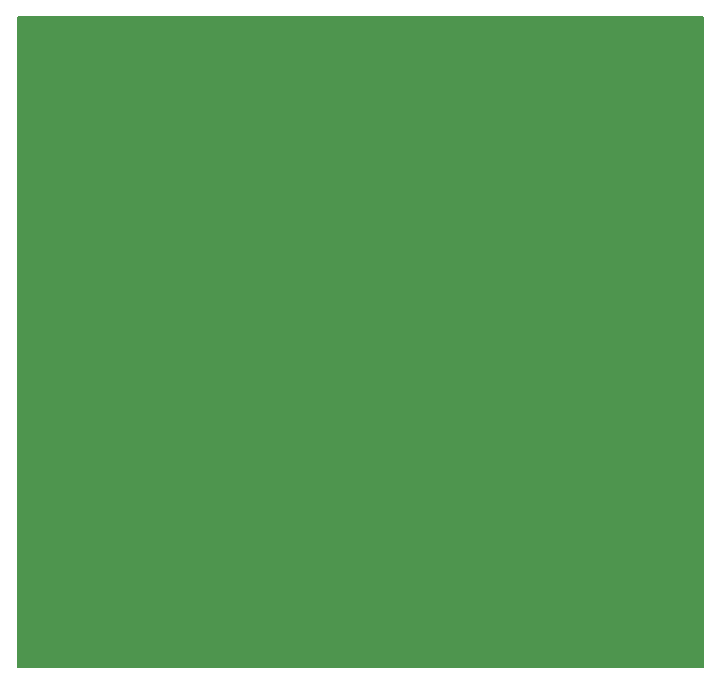
<source format=gbr>
%TF.GenerationSoftware,KiCad,Pcbnew,7.0.2*%
%TF.CreationDate,2023-10-20T09:41:17-06:00*%
%TF.ProjectId,LED_Probe_PCB,4c45445f-5072-46f6-9265-5f5043422e6b,rev?*%
%TF.SameCoordinates,Original*%
%TF.FileFunction,Soldermask,Bot*%
%TF.FilePolarity,Negative*%
%FSLAX46Y46*%
G04 Gerber Fmt 4.6, Leading zero omitted, Abs format (unit mm)*
G04 Created by KiCad (PCBNEW 7.0.2) date 2023-10-20 09:41:17*
%MOMM*%
%LPD*%
G01*
G04 APERTURE LIST*
%ADD10C,0.150000*%
%ADD11C,3.800000*%
G04 APERTURE END LIST*
D10*
X-27000000Y27000000D02*
X31000000Y27000000D01*
X31000000Y-28000000D01*
X-27000000Y-28000000D01*
X-27000000Y27000000D01*
G36*
X-27000000Y27000000D02*
G01*
X31000000Y27000000D01*
X31000000Y-28000000D01*
X-27000000Y-28000000D01*
X-27000000Y27000000D01*
G37*
D11*
%TO.C,H2*%
X19000000Y19000000D03*
%TD*%
%TO.C,H4*%
X19000000Y-19000000D03*
%TD*%
%TO.C,H3*%
X-19000000Y-19000000D03*
%TD*%
%TO.C,H1*%
X-19000000Y19000000D03*
%TD*%
M02*

</source>
